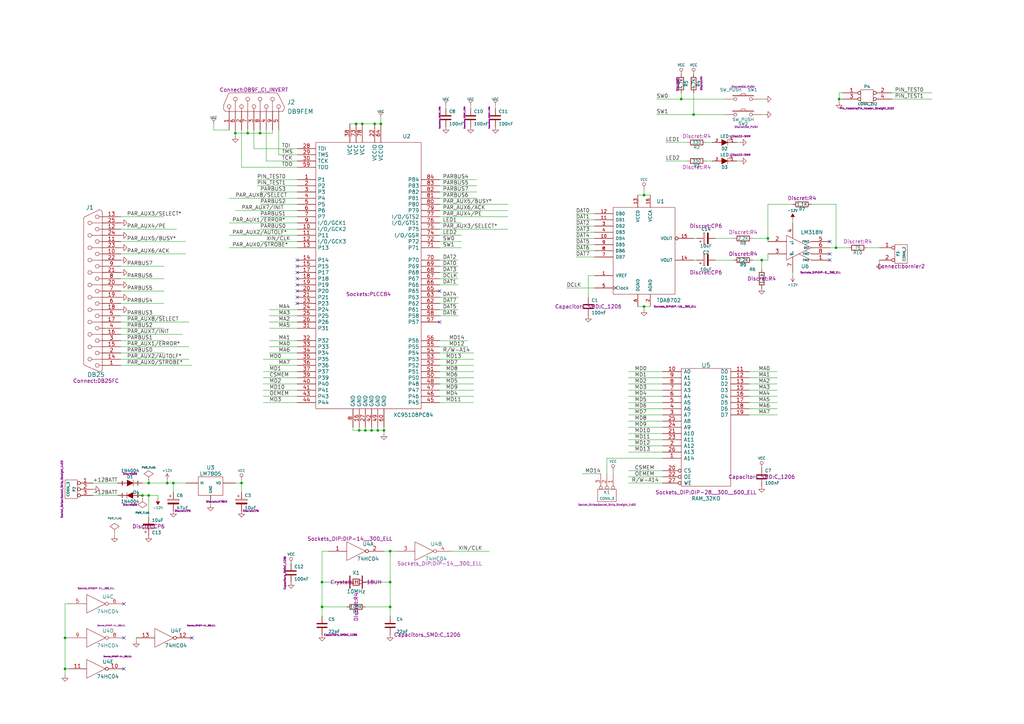
<source format=kicad_sch>
(kicad_sch (version 20230121) (generator eeschema)
  (paper "A3")
  (title_block (title "XC95108PC84 EXPERIMENTATION BOARD") (date "Sun 22 Mar 2015"))
  (junction (at 312.42 106.68))
  (junction (at 152.4 176.53))
  (junction (at 147.32 176.53))
  (junction (at 149.86 176.53))
  (junction (at 106.68 54.61))
  (junction (at 157.48 176.53))
  (junction (at 99.06 198.12))
  (junction (at 146.05 50.8))
  (junction (at 160.02 226.06))
  (junction (at 60.96 198.12))
  (junction (at 101.6 54.61))
  (junction (at 26.67 261.62))
  (junction (at 96.52 54.61))
  (junction (at 156.21 50.8))
  (junction (at 58.42 203.2))
  (junction (at 284.48 46.99))
  (junction (at 71.12 198.12))
  (junction (at 154.94 176.53))
  (junction (at 264.16 125.73))
  (junction (at 160.02 238.76))
  (junction (at 264.16 80.01))
  (junction (at 279.4 40.64))
  (junction (at 26.67 274.32))
  (junction (at 160.02 248.92))
  (junction (at 60.96 203.2))
  (junction (at 132.08 238.76))
  (junction (at 314.96 97.79))
  (junction (at 342.9 101.6))
  (junction (at 68.58 198.12))
  (junction (at 153.67 50.8))
  (junction (at 344.17 40.64))
  (junction (at 148.59 50.8))
  (junction (at 132.08 248.92))
  (no_connect (at 340.36 106.68))
  (no_connect (at 78.74 261.62))
  (no_connect (at 340.36 99.06))
  (no_connect (at 50.8 274.32))
  (no_connect (at 121.92 114.3))
  (no_connect (at 121.92 121.92))
  (no_connect (at 121.92 119.38))
  (no_connect (at 180.34 132.08))
  (no_connect (at 180.34 119.38))
  (no_connect (at 50.8 247.65))
  (no_connect (at 121.92 106.68))
  (no_connect (at 121.92 111.76))
  (no_connect (at 340.36 104.14))
  (no_connect (at 121.92 109.22))
  (no_connect (at 121.92 116.84))
  (no_connect (at 50.8 261.62))
  (no_connect (at 121.92 124.46))
  (wire (pts (xy 264.16 127) (xy 264.16 125.73)))
  (wire (pts (xy 271.78 160.02) (xy 257.81 160.02)))
  (wire (pts (xy 121.92 60.96) (xy 104.14 60.96)))
  (wire (pts (xy 114.3 63.5) (xy 114.3 53.34)))
  (wire (pts (xy 180.34 83.82) (xy 208.28 83.82)))
  (wire (pts (xy 194.31 152.4) (xy 180.34 152.4)))
  (wire (pts (xy 307.34 165.1) (xy 318.77 165.1)))
  (wire (pts (xy 49.53 142.24) (xy 77.47 142.24)))
  (wire (pts (xy 194.31 149.86) (xy 180.34 149.86)))
  (wire (pts (xy 292.1 58.42) (xy 289.56 58.42)))
  (wire (pts (xy 121.92 66.04) (xy 109.22 66.04)))
  (wire (pts (xy 325.12 90.17) (xy 325.12 91.44)))
  (wire (pts (xy 60.96 198.12) (xy 68.58 198.12)))
  (wire (pts (xy 261.62 125.73) (xy 264.16 125.73)))
  (wire (pts (xy 314.96 83.82) (xy 325.12 83.82)))
  (wire (pts (xy 269.24 40.64) (xy 279.4 40.64)))
  (wire (pts (xy 96.52 86.36) (xy 121.92 86.36)))
  (wire (pts (xy 106.68 99.06) (xy 121.92 99.06)))
  (wire (pts (xy 307.34 154.94) (xy 318.77 154.94)))
  (wire (pts (xy 96.52 54.61) (xy 96.52 55.88)))
  (wire (pts (xy 189.23 91.44) (xy 180.34 91.44)))
  (wire (pts (xy 154.94 176.53) (xy 157.48 176.53)))
  (wire (pts (xy 132.08 248.92) (xy 132.08 252.73)))
  (wire (pts (xy 121.92 160.02) (xy 107.95 160.02)))
  (wire (pts (xy 99.06 68.58) (xy 121.92 68.58)))
  (wire (pts (xy 121.92 88.9) (xy 106.68 88.9)))
  (wire (pts (xy 96.52 54.61) (xy 101.6 54.61)))
  (wire (pts (xy 300.99 106.68) (xy 293.37 106.68)))
  (wire (pts (xy 58.42 203.2) (xy 60.96 203.2)))
  (wire (pts (xy 342.9 83.82) (xy 342.9 101.6)))
  (wire (pts (xy 293.37 97.79) (xy 300.99 97.79)))
  (wire (pts (xy 271.78 154.94) (xy 257.81 154.94)))
  (wire (pts (xy 271.78 165.1) (xy 257.81 165.1)))
  (wire (pts (xy 160.02 248.92) (xy 160.02 252.73)))
  (wire (pts (xy 271.78 187.96) (xy 248.92 187.96)))
  (wire (pts (xy 264.16 80.01) (xy 266.7 80.01)))
  (wire (pts (xy 307.34 152.4) (xy 318.77 152.4)))
  (wire (pts (xy 26.67 274.32) (xy 27.94 274.32)))
  (wire (pts (xy 281.94 58.42) (xy 273.05 58.42)))
  (wire (pts (xy 271.78 195.58) (xy 257.81 195.58)))
  (wire (pts (xy 187.96 129.54) (xy 180.34 129.54)))
  (wire (pts (xy 149.86 175.26) (xy 149.86 176.53)))
  (wire (pts (xy 243.84 102.87) (xy 236.22 102.87)))
  (wire (pts (xy 243.84 113.03) (xy 241.3 113.03)))
  (wire (pts (xy 180.34 88.9) (xy 208.28 88.9)))
  (wire (pts (xy 160.02 238.76) (xy 160.02 248.92)))
  (wire (pts (xy 271.78 167.64) (xy 257.81 167.64)))
  (wire (pts (xy 365.76 38.1) (xy 382.27 38.1)))
  (wire (pts (xy 132.08 226.06) (xy 132.08 238.76)))
  (wire (pts (xy 121.92 91.44) (xy 93.98 91.44)))
  (wire (pts (xy 344.17 38.1) (xy 344.17 40.64)))
  (wire (pts (xy 132.08 238.76) (xy 132.08 248.92)))
  (wire (pts (xy 264.16 125.73) (xy 266.7 125.73)))
  (wire (pts (xy 203.2 43.18) (xy 203.2 44.45)))
  (wire (pts (xy 142.24 248.92) (xy 132.08 248.92)))
  (wire (pts (xy 307.34 170.18) (xy 318.77 170.18)))
  (wire (pts (xy 342.9 101.6) (xy 347.98 101.6)))
  (wire (pts (xy 313.69 40.64) (xy 312.42 40.64)))
  (wire (pts (xy 121.92 154.94) (xy 107.95 154.94)))
  (wire (pts (xy 106.68 54.61) (xy 106.68 53.34)))
  (wire (pts (xy 46.99 219.71) (xy 46.99 218.44)))
  (wire (pts (xy 307.34 167.64) (xy 318.77 167.64)))
  (wire (pts (xy 271.78 157.48) (xy 257.81 157.48)))
  (wire (pts (xy 149.86 176.53) (xy 152.4 176.53)))
  (wire (pts (xy 121.92 147.32) (xy 107.95 147.32)))
  (wire (pts (xy 121.92 162.56) (xy 107.95 162.56)))
  (wire (pts (xy 332.74 83.82) (xy 342.9 83.82)))
  (wire (pts (xy 156.21 50.8) (xy 156.21 48.26)))
  (wire (pts (xy 49.53 93.98) (xy 72.39 93.98)))
  (wire (pts (xy 307.34 162.56) (xy 318.77 162.56)))
  (wire (pts (xy 68.58 198.12) (xy 71.12 198.12)))
  (wire (pts (xy 101.6 53.34) (xy 101.6 54.61)))
  (wire (pts (xy 344.17 38.1) (xy 345.44 38.1)))
  (wire (pts (xy 243.84 95.25) (xy 236.22 95.25)))
  (wire (pts (xy 187.96 116.84) (xy 180.34 116.84)))
  (wire (pts (xy 147.32 175.26) (xy 147.32 176.53)))
  (wire (pts (xy 307.34 157.48) (xy 318.77 157.48)))
  (wire (pts (xy 180.34 93.98) (xy 208.28 93.98)))
  (wire (pts (xy 279.4 40.64) (xy 297.18 40.64)))
  (wire (pts (xy 67.31 144.78) (xy 49.53 144.78)))
  (wire (pts (xy 194.31 165.1) (xy 180.34 165.1)))
  (wire (pts (xy 152.4 176.53) (xy 154.94 176.53)))
  (wire (pts (xy 154.94 175.26) (xy 154.94 176.53)))
  (wire (pts (xy 271.78 172.72) (xy 257.81 172.72)))
  (wire (pts (xy 105.41 76.2) (xy 121.92 76.2)))
  (wire (pts (xy 345.44 40.64) (xy 344.17 40.64)))
  (wire (pts (xy 110.49 134.62) (xy 121.92 134.62)))
  (wire (pts (xy 99.06 198.12) (xy 96.52 198.12)))
  (wire (pts (xy 99.06 196.85) (xy 99.06 198.12)))
  (wire (pts (xy 26.67 247.65) (xy 26.67 261.62)))
  (wire (pts (xy 96.52 53.34) (xy 96.52 54.61)))
  (wire (pts (xy 344.17 40.64) (xy 344.17 41.91)))
  (wire (pts (xy 71.12 198.12) (xy 76.2 198.12)))
  (wire (pts (xy 26.67 247.65) (xy 27.94 247.65)))
  (wire (pts (xy 292.1 66.04) (xy 289.56 66.04)))
  (wire (pts (xy 194.31 147.32) (xy 180.34 147.32)))
  (wire (pts (xy 191.77 142.24) (xy 180.34 142.24)))
  (wire (pts (xy 110.49 129.54) (xy 121.92 129.54)))
  (wire (pts (xy 147.32 176.53) (xy 149.86 176.53)))
  (wire (pts (xy 121.92 157.48) (xy 107.95 157.48)))
  (wire (pts (xy 243.84 87.63) (xy 236.22 87.63)))
  (wire (pts (xy 71.12 198.12) (xy 71.12 201.93)))
  (wire (pts (xy 67.31 114.3) (xy 49.53 114.3)))
  (wire (pts (xy 281.94 66.04) (xy 273.05 66.04)))
  (wire (pts (xy 187.96 127) (xy 180.34 127)))
  (wire (pts (xy 195.58 81.28) (xy 180.34 81.28)))
  (wire (pts (xy 194.31 157.48) (xy 180.34 157.48)))
  (wire (pts (xy 110.49 149.86) (xy 121.92 149.86)))
  (wire (pts (xy 355.6 101.6) (xy 360.68 101.6)))
  (wire (pts (xy 195.58 73.66) (xy 180.34 73.66)))
  (wire (pts (xy 182.88 44.45) (xy 182.88 43.18)))
  (wire (pts (xy 144.78 176.53) (xy 147.32 176.53)))
  (wire (pts (xy 160.02 226.06) (xy 160.02 238.76)))
  (wire (pts (xy 153.67 238.76) (xy 160.02 238.76)))
  (wire (pts (xy 146.05 50.8) (xy 148.59 50.8)))
  (wire (pts (xy 187.96 121.92) (xy 180.34 121.92)))
  (wire (pts (xy 26.67 274.32) (xy 26.67 276.86)))
  (wire (pts (xy 187.96 109.22) (xy 180.34 109.22)))
  (wire (pts (xy 194.31 162.56) (xy 180.34 162.56)))
  (wire (pts (xy 104.14 60.96) (xy 104.14 53.34)))
  (wire (pts (xy 67.31 109.22) (xy 49.53 109.22)))
  (wire (pts (xy 64.77 203.2) (xy 64.77 204.47)))
  (wire (pts (xy 99.06 53.34) (xy 99.06 68.58)))
  (wire (pts (xy 185.42 226.06) (xy 200.66 226.06)))
  (wire (pts (xy 261.62 80.01) (xy 264.16 80.01)))
  (wire (pts (xy 243.84 118.11) (xy 232.41 118.11)))
  (wire (pts (xy 189.23 96.52) (xy 180.34 96.52)))
  (wire (pts (xy 152.4 175.26) (xy 152.4 176.53)))
  (wire (pts (xy 60.96 196.85) (xy 60.96 198.12)))
  (wire (pts (xy 93.98 81.28) (xy 121.92 81.28)))
  (wire (pts (xy 243.84 92.71) (xy 236.22 92.71)))
  (wire (pts (xy 93.98 101.6) (xy 121.92 101.6)))
  (wire (pts (xy 269.24 46.99) (xy 284.48 46.99)))
  (wire (pts (xy 27.94 261.62) (xy 26.67 261.62)))
  (wire (pts (xy 110.49 132.08) (xy 121.92 132.08)))
  (wire (pts (xy 121.92 96.52) (xy 93.98 96.52)))
  (wire (pts (xy 67.31 88.9) (xy 49.53 88.9)))
  (wire (pts (xy 86.36 207.01) (xy 86.36 205.74)))
  (wire (pts (xy 194.31 160.02) (xy 180.34 160.02)))
  (wire (pts (xy 109.22 66.04) (xy 109.22 53.34)))
  (wire (pts (xy 67.31 134.62) (xy 49.53 134.62)))
  (wire (pts (xy 195.58 76.2) (xy 180.34 76.2)))
  (wire (pts (xy 271.78 152.4) (xy 257.81 152.4)))
  (wire (pts (xy 194.31 144.78) (xy 180.34 144.78)))
  (wire (pts (xy 49.53 137.16) (xy 74.93 137.16)))
  (wire (pts (xy 189.23 99.06) (xy 180.34 99.06)))
  (wire (pts (xy 143.51 50.8) (xy 146.05 50.8)))
  (wire (pts (xy 194.31 154.94) (xy 180.34 154.94)))
  (wire (pts (xy 251.46 193.04) (xy 251.46 194.31)))
  (wire (pts (xy 121.92 83.82) (xy 106.68 83.82)))
  (wire (pts (xy 243.84 97.79) (xy 236.22 97.79)))
  (wire (pts (xy 271.78 177.8) (xy 257.81 177.8)))
  (wire (pts (xy 187.96 106.68) (xy 180.34 106.68)))
  (wire (pts (xy 110.49 142.24) (xy 121.92 142.24)))
  (wire (pts (xy 325.12 113.03) (xy 325.12 111.76)))
  (wire (pts (xy 157.48 175.26) (xy 157.48 176.53)))
  (wire (pts (xy 271.78 180.34) (xy 257.81 180.34)))
  (wire (pts (xy 110.49 139.7) (xy 121.92 139.7)))
  (wire (pts (xy 271.78 175.26) (xy 257.81 175.26)))
  (wire (pts (xy 191.77 139.7) (xy 180.34 139.7)))
  (wire (pts (xy 49.53 132.08) (xy 77.47 132.08)))
  (wire (pts (xy 243.84 90.17) (xy 236.22 90.17)))
  (wire (pts (xy 284.48 46.99) (xy 284.48 38.1)))
  (wire (pts (xy 187.96 114.3) (xy 180.34 114.3)))
  (wire (pts (xy 187.96 111.76) (xy 180.34 111.76)))
  (wire (pts (xy 241.3 113.03) (xy 241.3 121.92)))
  (wire (pts (xy 308.61 106.68) (xy 312.42 106.68)))
  (wire (pts (xy 49.53 99.06) (xy 76.2 99.06)))
  (wire (pts (xy 49.53 104.14) (xy 76.2 104.14)))
  (wire (pts (xy 132.08 238.76) (xy 138.43 238.76)))
  (wire (pts (xy 189.23 101.6) (xy 180.34 101.6)))
  (wire (pts (xy 314.96 106.68) (xy 314.96 104.14)))
  (wire (pts (xy 106.68 54.61) (xy 111.76 54.61)))
  (wire (pts (xy 105.41 73.66) (xy 121.92 73.66)))
  (wire (pts (xy 285.75 97.79) (xy 284.48 97.79)))
  (wire (pts (xy 160.02 248.92) (xy 149.86 248.92)))
  (wire (pts (xy 87.63 53.34) (xy 87.63 50.8)))
  (wire (pts (xy 67.31 119.38) (xy 49.53 119.38)))
  (wire (pts (xy 153.67 50.8) (xy 156.21 50.8)))
  (wire (pts (xy 307.34 160.02) (xy 318.77 160.02)))
  (wire (pts (xy 248.92 187.96) (xy 248.92 194.31)))
  (wire (pts (xy 279.4 38.1) (xy 279.4 40.64)))
  (wire (pts (xy 121.92 165.1) (xy 107.95 165.1)))
  (wire (pts (xy 110.49 144.78) (xy 121.92 144.78)))
  (wire (pts (xy 264.16 80.01) (xy 264.16 77.47)))
  (wire (pts (xy 271.78 170.18) (xy 257.81 170.18)))
  (wire (pts (xy 314.96 97.79) (xy 314.96 99.06)))
  (wire (pts (xy 180.34 86.36) (xy 208.28 86.36)))
  (wire (pts (xy 110.49 127) (xy 121.92 127)))
  (wire (pts (xy 58.42 204.47) (xy 58.42 203.2)))
  (wire (pts (xy 284.48 46.99) (xy 297.18 46.99)))
  (wire (pts (xy 87.63 53.34) (xy 93.98 53.34)))
  (wire (pts (xy 312.42 46.99) (xy 313.69 46.99)))
  (wire (pts (xy 271.78 162.56) (xy 257.81 162.56)))
  (wire (pts (xy 246.38 194.31) (xy 238.76 194.31)))
  (wire (pts (xy 38.1 198.12) (xy 48.26 198.12)))
  (wire (pts (xy 160.02 226.06) (xy 162.56 226.06)))
  (wire (pts (xy 271.78 198.12) (xy 257.81 198.12)))
  (wire (pts (xy 49.53 147.32) (xy 77.47 147.32)))
  (wire (pts (xy 144.78 175.26) (xy 144.78 176.53)))
  (wire (pts (xy 26.67 261.62) (xy 26.67 274.32)))
  (wire (pts (xy 314.96 83.82) (xy 314.96 97.79)))
  (wire (pts (xy 243.84 100.33) (xy 236.22 100.33)))
  (wire (pts (xy 308.61 97.79) (xy 314.96 97.79)))
  (wire (pts (xy 195.58 78.74) (xy 180.34 78.74)))
  (wire (pts (xy 312.42 106.68) (xy 314.96 106.68)))
  (wire (pts (xy 148.59 50.8) (xy 153.67 50.8)))
  (wire (pts (xy 132.08 226.06) (xy 134.62 226.06)))
  (wire (pts (xy 271.78 182.88) (xy 257.81 182.88)))
  (wire (pts (xy 67.31 124.46) (xy 49.53 124.46)))
  (wire (pts (xy 285.75 106.68) (xy 284.48 106.68)))
  (wire (pts (xy 193.04 43.18) (xy 193.04 44.45)))
  (wire (pts (xy 243.84 105.41) (xy 236.22 105.41)))
  (wire (pts (xy 60.96 203.2) (xy 64.77 203.2)))
  (wire (pts (xy 121.92 93.98) (xy 106.68 93.98)))
  (wire (pts (xy 360.68 107.95) (xy 360.68 106.68)))
  (wire (pts (xy 303.53 66.04) (xy 302.26 66.04)))
  (wire (pts (xy 157.48 176.53) (xy 157.48 177.8)))
  (wire (pts (xy 187.96 124.46) (xy 180.34 124.46)))
  (wire (pts (xy 55.88 262.89) (xy 55.88 261.62)))
  (wire (pts (xy 365.76 40.64) (xy 382.27 40.64)))
  (wire (pts (xy 121.92 78.74) (xy 106.68 78.74)))
  (wire (pts (xy 68.58 196.85) (xy 68.58 198.12)))
  (wire (pts (xy 48.26 203.2) (xy 38.1 203.2)))
  (wire (pts (xy 271.78 193.04) (xy 257.81 193.04)))
  (wire (pts (xy 157.48 226.06) (xy 160.02 226.06)))
  (wire (pts (xy 101.6 54.61) (xy 106.68 54.61)))
  (wire (pts (xy 99.06 198.12) (xy 99.06 201.93)))
  (wire (pts (xy 58.42 198.12) (xy 60.96 198.12)))
  (wire (pts (xy 121.92 63.5) (xy 114.3 63.5)))
  (wire (pts (xy 312.42 106.68) (xy 312.42 110.49)))
  (wire (pts (xy 67.31 129.54) (xy 49.53 129.54)))
  (wire (pts (xy 49.53 149.86) (xy 78.74 149.86)))
  (wire (pts (xy 340.36 101.6) (xy 342.9 101.6)))
  (wire (pts (xy 60.96 203.2) (xy 60.96 212.09)))
  (wire (pts (xy 67.31 139.7) (xy 49.53 139.7)))
  (wire (pts (xy 121.92 152.4) (xy 107.95 152.4)))
  (wire (pts (xy 271.78 185.42) (xy 257.81 185.42)))
  (wire (pts (xy 111.76 54.61) (xy 111.76 53.34)))
  (wire (pts (xy 302.26 58.42) (xy 303.53 58.42)))
  (label "MD11" (at 182.88 165.1 0) (effects (font (size 1.524 1.524))))
  (label "MD3" (at 110.49 165.1 0) (effects (font (size 1.524 1.524))))
  (label "MD6" (at 260.35 167.64 0) (effects (font (size 1.524 1.524))))
  (label "DAT4" (at 181.61 121.92 0) (effects (font (size 1.524 1.524))))
  (label "PARBUS4" (at 52.07 124.46 0) (effects (font (size 1.524 1.524))))
  (label "MD8" (at 260.35 172.72 0) (effects (font (size 1.524 1.524))))
  (label "MD14" (at 240.03 194.31 0) (effects (font (size 1.524 1.524))))
  (label "MA7" (at 311.15 170.18 0) (effects (font (size 1.524 1.524))))
  (label "MD6" (at 182.88 154.94 0) (effects (font (size 1.524 1.524))))
  (label "PAR_AUX4/PE" (at 52.07 93.98 0) (effects (font (size 1.524 1.524))))
  (label "MA0" (at 114.3 142.24 0) (effects (font (size 1.524 1.524))))
  (label "PAR_AUX5/BUSY*" (at 52.07 99.06 0) (effects (font (size 1.524 1.524))))
  (label "LED1" (at 273.05 58.42 0) (effects (font (size 1.524 1.524))))
  (label "TDI" (at 115.57 60.96 0) (effects (font (size 1.524 1.524))))
  (label "SW1" (at 269.24 46.99 0) (effects (font (size 1.524 1.524))))
  (label "MD8" (at 182.88 152.4 0) (effects (font (size 1.524 1.524))))
  (label "OEMEM" (at 110.49 162.56 0) (effects (font (size 1.524 1.524))))
  (label "PARBUS5" (at 52.07 119.38 0) (effects (font (size 1.524 1.524))))
  (label "DAT1" (at 181.61 116.84 0) (effects (font (size 1.524 1.524))))
  (label "DAT5" (at 181.61 127 0) (effects (font (size 1.524 1.524))))
  (label "R/W-A14" (at 259.08 198.12 0) (effects (font (size 1.524 1.524))))
  (label "MD0" (at 260.35 152.4 0) (effects (font (size 1.524 1.524))))
  (label "MA6" (at 311.15 167.64 0) (effects (font (size 1.524 1.524))))
  (label "MD5" (at 260.35 165.1 0) (effects (font (size 1.524 1.524))))
  (label "PAR_AUX7/INIT" (at 99.06 86.36 0) (effects (font (size 1.524 1.524))))
  (label "CSMEM" (at 110.49 154.94 0) (effects (font (size 1.524 1.524))))
  (label "PIN_TEST1" (at 105.41 76.2 0) (effects (font (size 1.524 1.524))))
  (label "PAR_AUX4/PE" (at 181.61 88.9 0) (effects (font (size 1.524 1.524))))
  (label "PAR_AUX6/ACK" (at 52.07 104.14 0) (effects (font (size 1.524 1.524))))
  (label "DAT0" (at 181.61 109.22 0) (effects (font (size 1.524 1.524))))
  (label "TCK" (at 115.57 66.04 0) (effects (font (size 1.524 1.524))))
  (label "DAT3" (at 181.61 111.76 0) (effects (font (size 1.524 1.524))))
  (label "PIN_TEST1" (at 367.03 40.64 0) (effects (font (size 1.524 1.524))))
  (label "MA2" (at 114.3 132.08 0) (effects (font (size 1.524 1.524))))
  (label "DAT2" (at 236.22 92.71 0) (effects (font (size 1.524 1.524))))
  (label "MD9" (at 260.35 175.26 0) (effects (font (size 1.524 1.524))))
  (label "MD10" (at 260.35 177.8 0) (effects (font (size 1.524 1.524))))
  (label "MD1" (at 260.35 154.94 0) (effects (font (size 1.524 1.524))))
  (label "MD1" (at 110.49 152.4 0) (effects (font (size 1.524 1.524))))
  (label "PAR_AUX1/ERROR*" (at 52.07 142.24 0) (effects (font (size 1.524 1.524))))
  (label "PIN_TEST0" (at 367.03 38.1 0) (effects (font (size 1.524 1.524))))
  (label "PARBUS1" (at 106.68 88.9 0) (effects (font (size 1.524 1.524))))
  (label "MD2" (at 260.35 157.48 0) (effects (font (size 1.524 1.524))))
  (label "DCLK" (at 181.61 114.3 0) (effects (font (size 1.524 1.524))))
  (label "MD0" (at 110.49 147.32 0) (effects (font (size 1.524 1.524))))
  (label "MD2" (at 110.49 157.48 0) (effects (font (size 1.524 1.524))))
  (label "MA4" (at 114.3 127 0) (effects (font (size 1.524 1.524))))
  (label "PARBUS2" (at 52.07 134.62 0) (effects (font (size 1.524 1.524))))
  (label "DAT3" (at 236.22 95.25 0) (effects (font (size 1.524 1.524))))
  (label "LED2" (at 273.05 66.04 0) (effects (font (size 1.524 1.524))))
  (label "PARBUS5" (at 181.61 76.2 0) (effects (font (size 1.524 1.524))))
  (label "PAR_AUX2/AUTOLF*" (at 95.25 96.52 0) (effects (font (size 1.524 1.524))))
  (label "PARBUS3" (at 52.07 129.54 0) (effects (font (size 1.524 1.524))))
  (label "CSMEM" (at 260.35 193.04 0) (effects (font (size 1.524 1.524))))
  (label "PAR_AUX2/AUTOLF*" (at 52.07 147.32 0) (effects (font (size 1.524 1.524))))
  (label "MD11" (at 260.35 180.34 0) (effects (font (size 1.524 1.524))))
  (label "MA7" (at 114.3 149.86 0) (effects (font (size 1.524 1.524))))
  (label "LED1" (at 181.61 91.44 0) (effects (font (size 1.524 1.524))))
  (label "MD12" (at 184.15 142.24 0) (effects (font (size 1.524 1.524))))
  (label "PAR_AUX3/SELECT*" (at 52.07 88.9 0) (effects (font (size 1.524 1.524))))
  (label "MD4" (at 260.35 162.56 0) (effects (font (size 1.524 1.524))))
  (label "MA5" (at 311.15 165.1 0) (effects (font (size 1.524 1.524))))
  (label "PAR_AUX8/SELECT" (at 52.07 132.08 0) (effects (font (size 1.524 1.524))))
  (label "MD7" (at 182.88 149.86 0) (effects (font (size 1.524 1.524))))
  (label "PARBUS0" (at 106.68 93.98 0) (effects (font (size 1.524 1.524))))
  (label "MA3" (at 114.3 129.54 0) (effects (font (size 1.524 1.524))))
  (label "PARBUS2" (at 106.68 83.82 0) (effects (font (size 1.524 1.524))))
  (label "PIN_TEST0" (at 105.41 73.66 0) (effects (font (size 1.524 1.524))))
  (label "PAR_AUX1/ERROR*" (at 95.25 91.44 0) (effects (font (size 1.524 1.524))))
  (label "PAR_AUX8/SELECT" (at 96.52 81.28 0) (effects (font (size 1.524 1.524))))
  (label "MD14" (at 184.15 139.7 0) (effects (font (size 1.524 1.524))))
  (label "DCLK" (at 232.41 118.11 0) (effects (font (size 1.524 1.524))))
  (label "PAR_AUX0/STROBE*" (at 52.07 149.86 0) (effects (font (size 1.524 1.524))))
  (label "DAT4" (at 236.22 97.79 0) (effects (font (size 1.524 1.524))))
  (label "+12BATT" (at 38.1 198.12 0) (effects (font (size 1.524 1.524))))
  (label "XIN/CLK" (at 109.22 99.06 0) (effects (font (size 1.524 1.524))))
  (label "TDO" (at 115.57 68.58 0) (effects (font (size 1.524 1.524))))
  (label "MA6" (at 114.3 144.78 0) (effects (font (size 1.524 1.524))))
  (label "MD5" (at 182.88 157.48 0) (effects (font (size 1.524 1.524))))
  (label "MD4" (at 182.88 162.56 0) (effects (font (size 1.524 1.524))))
  (label "MD9" (at 182.88 160.02 0) (effects (font (size 1.524 1.524))))
  (label "LED2" (at 181.61 96.52 0) (effects (font (size 1.524 1.524))))
  (label "DAT7" (at 181.61 124.46 0) (effects (font (size 1.524 1.524))))
  (label "DAT1" (at 236.22 90.17 0) (effects (font (size 1.524 1.524))))
  (label "PAR_AUX6/ACK" (at 181.61 86.36 0) (effects (font (size 1.524 1.524))))
  (label "SW0" (at 181.61 99.06 0) (effects (font (size 1.524 1.524))))
  (label "PAR_AUX0/STROBE*" (at 95.25 101.6 0) (effects (font (size 1.524 1.524))))
  (label "PAR_AUX3/SELECT*" (at 181.61 93.98 0) (effects (font (size 1.524 1.524))))
  (label "R/W-A14" (at 181.61 144.78 0) (effects (font (size 1.524 1.524))))
  (label "PARBUS6" (at 181.61 81.28 0) (effects (font (size 1.524 1.524))))
  (label "PAR_AUX7/INIT" (at 52.07 137.16 0) (effects (font (size 1.524 1.524))))
  (label "PARBUS7" (at 52.07 109.22 0) (effects (font (size 1.524 1.524))))
  (label "MA5" (at 114.3 134.62 0) (effects (font (size 1.524 1.524))))
  (label "TMS" (at 115.57 63.5 0) (effects (font (size 1.524 1.524))))
  (label "SW1" (at 181.61 101.6 0) (effects (font (size 1.524 1.524))))
  (label "MD13" (at 182.88 147.32 0) (effects (font (size 1.524 1.524))))
  (label "DAT5" (at 236.22 100.33 0) (effects (font (size 1.524 1.524))))
  (label "DAT6" (at 181.61 129.54 0) (effects (font (size 1.524 1.524))))
  (label "PARBUS3" (at 106.68 78.74 0) (effects (font (size 1.524 1.524))))
  (label "SW0" (at 269.24 40.64 0) (effects (font (size 1.524 1.524))))
  (label "-12BATT" (at 38.1 203.2 0) (effects (font (size 1.524 1.524))))
  (label "MD7" (at 260.35 170.18 0) (effects (font (size 1.524 1.524))))
  (label "DAT7" (at 236.22 105.41 0) (effects (font (size 1.524 1.524))))
  (label "MA0" (at 311.15 152.4 0) (effects (font (size 1.524 1.524))))
  (label "DAT6" (at 236.22 102.87 0) (effects (font (size 1.524 1.524))))
  (label "PARBUS1" (at 52.07 139.7 0) (effects (font (size 1.524 1.524))))
  (label "MA4" (at 311.15 162.56 0) (effects (font (size 1.524 1.524))))
  (label "PAR_AUX5/BUSY*" (at 181.61 83.82 0) (effects (font (size 1.524 1.524))))
  (label "MA1" (at 114.3 139.7 0) (effects (font (size 1.524 1.524))))
  (label "XIN/CLK" (at 187.96 226.06 0) (effects (font (size 1.524 1.524))))
  (label "DAT0" (at 236.22 87.63 0) (effects (font (size 1.524 1.524))))
  (label "MD10" (at 110.49 160.02 0) (effects (font (size 1.524 1.524))))
  (label "DAT2" (at 181.61 106.68 0) (effects (font (size 1.524 1.524))))
  (label "MD13" (at 260.35 185.42 0) (effects (font (size 1.524 1.524))))
  (label "PARBUS7" (at 181.61 78.74 0) (effects (font (size 1.524 1.524))))
  (label "PARBUS6" (at 52.07 114.3 0) (effects (font (size 1.524 1.524))))
  (label "MD3" (at 260.35 160.02 0) (effects (font (size 1.524 1.524))))
  (label "OEMEM" (at 260.35 195.58 0) (effects (font (size 1.524 1.524))))
  (label "PARBUS4" (at 181.61 73.66 0) (effects (font (size 1.524 1.524))))
  (label "MA1" (at 311.15 154.94 0) (effects (font (size 1.524 1.524))))
  (label "MA2" (at 311.15 157.48 0) (effects (font (size 1.524 1.524))))
  (label "PARBUS0" (at 52.07 144.78 0) (effects (font (size 1.524 1.524))))
  (label "MA3" (at 311.15 160.02 0) (effects (font (size 1.524 1.524))))
  (label "MD12" (at 260.35 182.88 0) (effects (font (size 1.524 1.524))))
  (symbol (lib_id "carte_test_schlib:TDA8702") (at 264.16 102.87 0) (unit 1)
    (property "Reference" "U1" (at 269.24 82.55 0) (effects (font (size 1.524 1.524)) (justify left)))
    (property "Value" "TDA8702" (at 269.24 123.19 0) (effects (font (size 1.524 1.524)) (justify left)))
    (property "Footprint" "Sockets_DIP:DIP-16__300_ELL" (at 276.86 125.73 0) (effects (font (size 0.762 0.762))))
  )
  (symbol (lib_id "carte_test-rescue:VCC") (at 264.16 77.47 0) (unit 1)
    (property "Reference" "#PWR046" (effects hide))
    (property "Value" "VCC" (at 264.16 73.66 0) (effects (font (size 1.016 1.016))))
  )
  (symbol (lib_id "carte_test-rescue:GND") (at 132.08 260.35 0) (unit 1)
    (property "Reference" "#PWR048" (effects hide))
    (property "Value" "GND" (effects hide))
  )
  (symbol (lib_id "carte_test-rescue:GND") (at 264.16 127 0) (unit 1)
    (property "Reference" "#PWR044" (effects hide))
    (property "Value" "GND" (effects hide))
  )
  (symbol (lib_id "carte_test-rescue:C") (at 241.3 125.73 0) (unit 1)
    (property "Reference" "C1" (at 242.57 123.19 0) (effects (justify left)))
    (property "Value" "100nF" (at 242.57 128.27 0) (effects (justify left)))
    (property "Footprint" "Capacitors_SMD:C_1206" (at 241.3 125.73 0) (effects (font (size 1.524 1.524))))
  )
  (symbol (lib_id "carte_test-rescue:GND") (at 241.3 129.54 0) (unit 1)
    (property "Reference" "#PWR043" (effects hide))
    (property "Value" "GND" (effects hide))
  )
  (symbol (lib_id "carte_test-rescue:CP") (at 289.56 106.68 90) (unit 1)
    (property "Reference" "C2" (at 289.56 102.87 90) (effects (justify bottom)))
    (property "Value" "10uF" (at 289.56 110.49 90))
    (property "Footprint" "Discret:CP6" (at 289.56 111.76 90) (effects (font (size 1.524 1.524))))
  )
  (symbol (lib_id "carte_test-rescue:CP") (at 99.06 205.74 0) (unit 1)
    (property "Reference" "C3" (at 100.33 203.2 0) (effects (justify left)))
    (property "Value" "10uF" (at 100.33 208.28 0) (effects (justify left)))
    (property "Footprint" "Discret:CP6" (at 102.87 209.55 0) (effects (font (size 0.762 0.762))))
  )
  (symbol (lib_id "carte_test-rescue:GND") (at 99.06 209.55 0) (unit 1)
    (property "Reference" "#PWR042" (effects hide))
    (property "Value" "GND" (effects hide))
  )
  (symbol (lib_id "carte_test-rescue:GND") (at 96.52 55.88 0) (unit 1)
    (property "Reference" "#PWR040" (effects hide))
    (property "Value" "GND" (effects hide))
  )
  (symbol (lib_id "carte_test_schlib:CRYSTAL") (at 146.05 238.76 0) (unit 1)
    (property "Reference" "X1" (at 146.05 234.95 0) (effects (font (size 1.524 1.524))))
    (property "Value" "10MHz" (at 146.05 242.57 0) (effects (font (size 1.524 1.524))))
    (property "Footprint" "Crystals:HC-18UH" (at 146.05 238.76 0) (effects (font (size 1.524 1.524))))
  )
  (symbol (lib_id "carte_test-rescue:C") (at 160.02 256.54 0) (unit 1)
    (property "Reference" "C4" (at 162.56 254 0) (effects (justify left)))
    (property "Value" "22pF" (at 162.56 259.08 0) (effects (justify left)))
    (property "Footprint" "Capacitors_SMD:C_1206" (at 175.26 260.35 0) (effects (font (size 1.524 1.524))))
  )
  (symbol (lib_id "carte_test-rescue:R") (at 146.05 248.92 270) (unit 1)
    (property "Reference" "R1" (at 146.05 250.952 90))
    (property "Value" "100K" (at 146.05 248.92 90))
    (property "Footprint" "Discret:R4" (at 146.05 248.92 0) (effects (font (size 1.524 1.524))))
  )
  (symbol (lib_id "carte_test_schlib:LM7805") (at 86.36 199.39 0) (unit 1)
    (property "Reference" "U3" (at 86.36 191.77 0) (effects (font (size 1.524 1.524))))
    (property "Value" "LM7805" (at 86.36 194.31 0) (effects (font (size 1.524 1.524))))
    (property "Footprint" "Discret:LM78XX" (at 88.9 205.74 0) (effects (font (size 0.762 0.762))))
  )
  (symbol (lib_id "carte_test-rescue:GND") (at 86.36 207.01 0) (unit 1)
    (property "Reference" "#PWR038" (effects hide))
    (property "Value" "GND" (effects hide))
  )
  (symbol (lib_id "carte_test-rescue:VCC") (at 99.06 196.85 0) (unit 1)
    (property "Reference" "#PWR037" (effects hide))
    (property "Value" "VCC" (at 99.06 193.04 0) (effects (font (size 1.016 1.016))))
  )
  (symbol (lib_id "carte_test_schlib:CONN_3") (at 29.21 200.66 0) (mirror y) (unit 1)
    (property "Reference" "P2" (at 30.4292 200.66 90) (effects (font (size 1.016 1.016))))
    (property "Value" "CONN_3" (at 27.94 200.66 90) (effects (font (size 1.016 1.016))))
    (property "Footprint" "Socket_Strips:Socket_Strip_Straight_1x03" (at 25.4 200.66 90) (effects (font (size 0.762 0.762))))
  )
  (symbol (lib_id "carte_test-rescue:GND") (at 38.1 200.66 90) (unit 1)
    (property "Reference" "#PWR036" (effects hide))
    (property "Value" "GND" (effects hide))
  )
  (symbol (lib_id "carte_test_schlib:DIODE") (at 53.34 198.12 0) (unit 1)
    (property "Reference" "D1" (at 53.34 195.58 0))
    (property "Value" "1N4004" (at 53.34 193.04 0))
    (property "Footprint" "Discret:D5" (at 53.34 194.31 0) (effects (font (size 0.762 0.762))))
  )
  (symbol (lib_id "carte_test-rescue:CP") (at 71.12 205.74 0) (unit 1)
    (property "Reference" "C6" (at 72.39 203.2 0) (effects (justify left)))
    (property "Value" "47uF" (at 72.39 208.28 0) (effects (justify left)))
    (property "Footprint" "Discret:CP6" (at 74.93 209.55 0) (effects (font (size 0.762 0.762))))
  )
  (symbol (lib_id "carte_test-rescue:GND") (at 71.12 209.55 0) (unit 1)
    (property "Reference" "#PWR035" (effects hide))
    (property "Value" "GND" (effects hide))
  )
  (symbol (lib_id "carte_test_schlib:CONN_2") (at 369.57 104.14 0) (unit 1)
    (property "Reference" "P3" (at 368.3 104.14 90) (effects (font (size 1.016 1.016))))
    (property "Value" "CONN_2" (at 370.84 104.14 90) (effects (font (size 1.016 1.016))))
    (property "Footprint" "Connect:bornier2" (at 369.57 109.22 0) (effects (font (size 1.524 1.524))))
  )
  (symbol (lib_id "carte_test_schlib:PWR_FLAG") (at 46.99 218.44 0) (unit 1)
    (property "Reference" "#FLG032" (effects hide))
    (property "Value" "PWR_FLAG" (at 46.99 212.598 0) (effects (font (size 0.762 0.762))))
  )
  (symbol (lib_id "carte_test_schlib:74HC04") (at 146.05 226.06 0) (unit 1)
    (property "Reference" "U4" (at 151.003 223.139 0) (effects (font (size 1.524 1.524))))
    (property "Value" "74HC04" (at 150.876 229.2096 0) (effects (font (size 1.524 1.524))))
    (property "Footprint" "Sockets_DIP:DIP-14__300_ELL" (at 143.51 220.98 0) (effects (font (size 1.524 1.524))))
  )
  (symbol (lib_id "carte_test_schlib:74HC04") (at 173.99 226.06 0) (unit 2)
    (property "Reference" "U4" (at 178.943 223.139 0) (effects (font (size 1.524 1.524))))
    (property "Value" "74HC04" (at 178.816 229.2096 0) (effects (font (size 1.524 1.524))))
    (property "Footprint" "Sockets_DIP:DIP-14__300_ELL" (at 180.34 231.14 0) (effects (font (size 1.524 1.524))))
  )
  (symbol (lib_id "carte_test_schlib:74HC04") (at 39.37 247.65 0) (unit 3)
    (property "Reference" "U4" (at 44.323 244.729 0) (effects (font (size 1.524 1.524))))
    (property "Value" "74HC04" (at 44.196 250.7996 0) (effects (font (size 1.524 1.524))))
    (property "Footprint" "Sockets_DIP:DIP-14__300_ELL" (at 39.37 241.3 0) (effects (font (size 0.6604 0.6604))))
  )
  (symbol (lib_id "carte_test_schlib:74HC04") (at 39.37 261.62 0) (unit 4)
    (property "Reference" "U4" (at 44.323 258.699 0) (effects (font (size 1.524 1.524))))
    (property "Value" "74HC04" (at 44.196 264.7696 0) (effects (font (size 1.524 1.524))))
    (property "Footprint" "Sockets_DIP:DIP-14__300_ELL" (at 45.72 256.54 0) (effects (font (size 0.508 0.508))))
  )
  (symbol (lib_id "carte_test_schlib:74HC04") (at 39.37 274.32 0) (unit 5)
    (property "Reference" "U4" (at 44.323 271.399 0) (effects (font (size 1.524 1.524))))
    (property "Value" "74HC04" (at 44.196 277.4696 0) (effects (font (size 1.524 1.524))))
    (property "Footprint" "Sockets_DIP:DIP-14__300_ELL" (at 48.26 269.24 0) (effects (font (size 0.508 0.508))))
  )
  (symbol (lib_id "carte_test_schlib:74HC04") (at 67.31 261.62 0) (unit 6)
    (property "Reference" "U4" (at 72.263 258.699 0) (effects (font (size 1.524 1.524))))
    (property "Value" "74HC04" (at 72.136 264.7696 0) (effects (font (size 1.524 1.524))))
    (property "Footprint" "Sockets_DIP:DIP-14__300_ELL" (at 82.55 256.54 0) (effects (font (size 0.508 0.508))))
  )
  (symbol (lib_id "carte_test-rescue:GND") (at 26.67 276.86 0) (unit 1)
    (property "Reference" "#PWR031" (effects hide))
    (property "Value" "GND" (effects hide))
  )
  (symbol (lib_id "carte_test-rescue:GND") (at 55.88 262.89 0) (unit 1)
    (property "Reference" "#PWR030" (effects hide))
    (property "Value" "GND" (effects hide))
  )
  (symbol (lib_id "carte_test_schlib:RAM_32KO") (at 289.56 172.72 0) (unit 1)
    (property "Reference" "U5" (at 289.56 149.86 0) (effects (font (size 1.778 1.778))))
    (property "Value" "RAM_32KO" (at 289.56 204.47 0) (effects (font (size 1.524 1.524))))
    (property "Footprint" "Sockets_DIP:DIP-28__300__600_ELL" (at 289.56 201.93 0) (effects (font (size 1.524 1.524))))
  )
  (symbol (lib_id "carte_test_schlib:CONN_3") (at 248.92 203.2 270) (unit 1)
    (property "Reference" "K1" (at 248.92 201.93 90))
    (property "Value" "CONN_3" (at 248.92 204.47 90) (effects (font (size 1.016 1.016))))
    (property "Footprint" "Socket_Strips:Socket_Strip_Straight_1x03" (at 248.92 207.01 90) (effects (font (size 0.762 0.762))))
  )
  (symbol (lib_id "carte_test-rescue:VCC") (at 251.46 193.04 0) (unit 1)
    (property "Reference" "#PWR029" (effects hide))
    (property "Value" "VCC" (at 251.46 189.23 0) (effects (font (size 1.016 1.016))))
  )
  (symbol (lib_id "carte_test_schlib:DB25") (at 38.1 119.38 0) (mirror y) (unit 1)
    (property "Reference" "J1" (at 36.83 85.09 0) (effects (font (size 1.778 1.778))))
    (property "Value" "DB25" (at 39.37 153.67 0) (effects (font (size 1.778 1.778))))
    (property "Footprint" "Connect:DB25FC" (at 39.37 156.21 0) (effects (font (size 1.524 1.524))))
  )
  (symbol (lib_id "carte_test-rescue:GND") (at 49.53 91.44 90) (unit 1)
    (property "Reference" "#PWR028" (effects hide))
    (property "Value" "GND" (effects hide))
  )
  (symbol (lib_id "carte_test-rescue:C") (at 119.38 234.95 0) (unit 1)
    (property "Reference" "C12" (at 120.65 232.41 0) (effects (justify left)))
    (property "Value" "100nF" (at 120.65 237.49 0) (effects (justify left)))
    (property "Footprint" "Capacitors_SMD:C_1206" (at 116.84 234.95 90) (effects (font (size 0.762 0.762))))
  )
  (symbol (lib_id "carte_test-rescue:VCC") (at 119.38 231.14 0) (unit 1)
    (property "Reference" "#PWR022" (effects hide))
    (property "Value" "VCC" (at 119.38 227.33 0) (effects (font (size 1.016 1.016))))
  )
  (symbol (lib_id "carte_test-rescue:GND") (at 119.38 238.76 0) (unit 1)
    (property "Reference" "#PWR021" (effects hide))
    (property "Value" "GND" (effects hide))
  )
  (symbol (lib_id "carte_test-rescue:R") (at 285.75 66.04 270) (unit 1)
    (property "Reference" "R3" (at 285.75 68.072 90))
    (property "Value" "330" (at 285.75 66.04 90))
    (property "Footprint" "Discret:R4" (at 285.75 68.58 90) (effects (font (size 1.524 1.524))))
  )
  (symbol (lib_id "carte_test-rescue:LED") (at 297.18 66.04 180) (unit 1)
    (property "Reference" "D3" (at 297.18 68.58 0))
    (property "Value" "LED" (at 297.18 63.5 0))
    (property "Footprint" "LEDs:LED-5MM" (at 303.53 63.5 0) (effects (font (size 0.762 0.762))))
  )
  (symbol (lib_id "carte_test-rescue:GND") (at 303.53 66.04 90) (unit 1)
    (property "Reference" "#PWR019" (effects hide))
    (property "Value" "GND" (effects hide))
  )
  (symbol (lib_id "carte_test-rescue:GND") (at 49.53 116.84 90) (unit 1)
    (property "Reference" "#PWR018" (effects hide))
    (property "Value" "GND" (effects hide))
  )
  (symbol (lib_id "carte_test_schlib:SW_PUSH") (at 304.8 40.64 0) (unit 1)
    (property "Reference" "SW1" (at 308.61 36.83 0))
    (property "Value" "SW_PUSH" (at 299.72 36.83 0))
    (property "Footprint" "Discret:SW_PUSH" (at 304.8 35.56 0) (effects (font (size 0.762 0.762))))
  )
  (symbol (lib_id "carte_test_schlib:SW_PUSH") (at 304.8 46.99 0) (unit 1)
    (property "Reference" "SW2" (at 304.8 50.8 0))
    (property "Value" "SW_PUSH" (at 304.8 49.022 0))
    (property "Footprint" "Discret:SW_PUSH" (at 306.07 52.07 0) (effects (font (size 0.762 0.762))))
  )
  (symbol (lib_id "carte_test-rescue:GND") (at 313.69 40.64 90) (unit 1)
    (property "Reference" "#PWR017" (effects hide))
    (property "Value" "GND" (effects hide))
  )
  (symbol (lib_id "carte_test-rescue:GND") (at 313.69 46.99 90) (unit 1)
    (property "Reference" "#PWR016" (effects hide))
    (property "Value" "GND" (effects hide))
  )
  (symbol (lib_id "carte_test-rescue:R") (at 284.48 34.29 0) (unit 1)
    (property "Reference" "R4" (at 286.512 34.29 90))
    (property "Value" "4,7K" (at 284.48 34.29 90))
    (property "Footprint" "Discret:R4" (at 287.6296 34.1376 90) (effects (font (size 0.762 0.762))))
  )
  (symbol (lib_id "carte_test-rescue:R") (at 279.4 34.29 0) (unit 1)
    (property "Reference" "R5" (at 281.432 34.29 90))
    (property "Value" "4,7K" (at 279.4 34.29 90))
    (property "Footprint" "Discret:R4" (at 277.7744 34.4424 90) (effects (font (size 0.762 0.762))))
  )
  (symbol (lib_id "carte_test-rescue:VCC") (at 279.4 30.48 0) (unit 1)
    (property "Reference" "#PWR015" (effects hide))
    (property "Value" "VCC" (at 279.4 26.67 0) (effects (font (size 1.016 1.016))))
  )
  (symbol (lib_id "carte_test-rescue:VCC") (at 284.48 30.48 0) (unit 1)
    (property "Reference" "#PWR014" (effects hide))
    (property "Value" "VCC" (at 284.48 26.67 0) (effects (font (size 1.016 1.016))))
  )
  (symbol (lib_id "carte_test-rescue:GND") (at 49.53 96.52 90) (unit 1)
    (property "Reference" "#PWR013" (effects hide))
    (property "Value" "GND" (effects hide))
  )
  (symbol (lib_id "carte_test-rescue:GND") (at 49.53 101.6 90) (unit 1)
    (property "Reference" "#PWR012" (effects hide))
    (property "Value" "GND" (effects hide))
  )
  (symbol (lib_id "carte_test-rescue:GND") (at 49.53 106.68 90) (unit 1)
    (property "Reference" "#PWR011" (effects hide))
    (property "Value" "GND" (effects hide))
  )
  (symbol (lib_id "carte_test-rescue:GND") (at 49.53 111.76 90) (unit 1)
    (property "Reference" "#PWR010" (effects hide))
    (property "Value" "GND" (effects hide))
  )
  (symbol (lib_id "carte_test-rescue:GND") (at 49.53 121.92 90) (unit 1)
    (property "Reference" "#PWR09" (effects hide))
    (property "Value" "GND" (effects hide))
  )
  (symbol (lib_id "carte_test-rescue:GND") (at 49.53 127 90) (unit 1)
    (property "Reference" "#PWR08" (effects hide))
    (property "Value" "GND" (effects hide))
  )
  (symbol (lib_id "carte_test_schlib:CONN_2X2") (at 355.6 39.37 0) (unit 1)
    (property "Reference" "P4" (at 355.6 35.56 0))
    (property "Value" "CONN_2X2" (at 355.854 42.672 0) (effects (font (size 1.016 1.016))))
    (property "Footprint" "Pin_Headers:Pin_Header_Straight_2x02" (at 355.6 44.45 0) (effects (font (size 0.762 0.762))))
  )
  (symbol (lib_id "carte_test-rescue:GND") (at 344.17 41.91 0) (unit 1)
    (property "Reference" "#PWR07" (effects hide))
    (property "Value" "GND" (effects hide))
  )
  (symbol (lib_id "carte_test-rescue:CP") (at 289.56 97.79 90) (unit 1)
    (property "Reference" "C14" (at 289.56 93.98 90))
    (property "Value" "10uF" (at 289.56 101.6 90) (effects (justify top)))
    (property "Footprint" "Discret:CP6" (at 289.56 92.71 90) (effects (font (size 1.524 1.524))))
  )
  (symbol (lib_id "carte_test-rescue:R") (at 304.8 97.79 270) (unit 1)
    (property "Reference" "R8" (at 304.8 99.822 90))
    (property "Value" "2,2K" (at 304.8 97.79 90))
    (property "Footprint" "Discret:R4" (at 304.8 95.25 90) (effects (font (size 1.524 1.524))))
  )
  (symbol (lib_id "carte_test-rescue:R") (at 304.8 106.68 270) (unit 1)
    (property "Reference" "R9" (at 304.8 108.712 90))
    (property "Value" "2,2K" (at 304.8 106.68 90))
    (property "Footprint" "Discret:R4" (at 304.8 104.14 90) (effects (font (size 1.524 1.524))))
  )
  (symbol (lib_id "carte_test-rescue:R") (at 312.42 114.3 0) (unit 1)
    (property "Reference" "R6" (at 308.61 110.49 0))
    (property "Value" "1,1k" (at 312.42 114.3 90))
    (property "Footprint" "Discret:R4" (at 312.42 114.3 0) (effects (font (size 1.524 1.524))))
  )
  (symbol (lib_id "carte_test-rescue:R") (at 328.93 83.82 270) (unit 1)
    (property "Reference" "R7" (at 328.93 85.852 90))
    (property "Value" "1,1K" (at 328.93 83.82 90))
    (property "Footprint" "Discret:R4" (at 328.93 81.28 90) (effects (font (size 1.524 1.524))))
  )
  (symbol (lib_id "carte_test-rescue:R") (at 351.79 101.6 270) (unit 1)
    (property "Reference" "R10" (at 351.79 103.632 90))
    (property "Value" "75" (at 351.79 101.6 90))
    (property "Footprint" "Discret:R4" (at 351.79 99.06 90) (effects (font (size 1.524 1.524))))
  )
  (symbol (lib_id "carte_test_schlib:LM318N") (at 327.66 101.6 0) (mirror x) (unit 1)
    (property "Reference" "U6" (at 330.2 109.22 0) (effects (font (size 1.524 1.524))))
    (property "Value" "LM318N" (at 332.994 95.2754 0) (effects (font (size 1.524 1.524))))
    (property "Footprint" "Sockets_DIP:DIP-8__300_ELL" (at 336.55 111.76 0) (effects (font (size 0.762 0.762))))
  )
  (symbol (lib_id "carte_test-rescue:GND") (at 312.42 118.11 0) (unit 1)
    (property "Reference" "#PWR06" (effects hide))
    (property "Value" "GND" (effects hide))
  )
  (symbol (lib_id "carte_test-rescue:+12V") (at 68.58 196.85 0) (unit 1)
    (property "Reference" "#PWR05" (effects hide))
    (property "Value" "+12V" (at 68.58 193.04 0) (effects (font (size 1.016 1.016))))
  )
  (symbol (lib_id "carte_test-rescue:+12V") (at 325.12 113.03 0) (mirror x) (unit 1)
    (property "Reference" "#PWR04" (effects hide))
    (property "Value" "+12V" (at 325.12 116.84 0) (effects (font (size 1.016 1.016))))
  )
  (symbol (lib_id "carte_test-rescue:-12V") (at 325.12 90.17 0) (unit 1)
    (property "Reference" "#PWR118" (effects hide))
    (property "Value" "-12V" (at 325.12 86.36 0) (effects (font (size 1.016 1.016))))
  )
  (symbol (lib_id "carte_test-rescue:-12V") (at 64.77 204.47 0) (mirror x) (unit 1)
    (property "Reference" "#PWR139" (effects hide))
    (property "Value" "-12V" (at 64.77 208.28 0) (effects (font (size 1.016 1.016))))
  )
  (symbol (lib_id "carte_test-rescue:CP") (at 60.96 215.9 0) (mirror x) (unit 1)
    (property "Reference" "C13" (at 62.23 218.44 0) (effects (justify left)))
    (property "Value" "10uF" (at 62.23 213.36 0) (effects (justify left)))
    (property "Footprint" "Discret:CP6" (at 60.96 215.9 0) (effects (font (size 1.524 1.524))))
  )
  (symbol (lib_id "carte_test-rescue:GND") (at 60.96 219.71 0) (unit 1)
    (property "Reference" "#PWR03" (effects hide))
    (property "Value" "GND" (effects hide))
  )
  (symbol (lib_id "carte_test_schlib:PWR_FLAG") (at 58.42 204.47 0) (mirror x) (unit 1)
    (property "Reference" "#FLG02" (effects hide))
    (property "Value" "PWR_FLAG" (at 58.42 210.312 0) (effects (font (size 0.762 0.762))))
  )
  (symbol (lib_id "carte_test_schlib:DIODE") (at 53.34 203.2 0) (mirror y) (unit 1)
    (property "Reference" "D4" (at 55.88 201.93 0))
    (property "Value" "1N4004" (at 53.34 205.7146 0))
    (property "Footprint" "Discret:D5" (at 53.34 207.01 0) (effects (font (size 0.762 0.762))))
  )
  (symbol (lib_id "carte_test_schlib:PWR_FLAG") (at 60.96 196.85 0) (unit 1)
    (property "Reference" "#FLG01" (effects hide))
    (property "Value" "PWR_FLAG" (at 60.96 191.77 0) (effects (font (size 0.762 0.762))))
  )
  (symbol (lib_id "carte_test_schlib:DB9") (at 104.14 41.91 270) (mirror x) (unit 1)
    (property "Reference" "J2" (at 119.38 41.91 90) (effects (font (size 1.778 1.778))))
    (property "Value" "DB9FEM" (at 123.19 45.72 90) (effects (font (size 1.778 1.778))))
    (property "Footprint" "Connect:DB9F_CI_INVERT" (at 104.14 36.83 90) (effects (font (size 1.524 1.524))))
  )
  (symbol (lib_id "carte_test-rescue:VCC") (at 87.63 50.8 0) (unit 1)
    (property "Reference" "#PWR041" (effects hide))
    (property "Value" "VCC" (at 87.63 48.26 0) (effects (font (size 1.016 1.016))))
  )
  (symbol (lib_id "carte_test-rescue:VCC") (at 156.21 48.26 0) (unit 1)
    (property "Reference" "#PWR047" (effects hide))
    (property "Value" "VCC" (at 156.21 45.72 0) (effects (font (size 1.016 1.016))))
  )
  (symbol (lib_id "carte_test-rescue:GND") (at 160.02 260.35 0) (unit 1)
    (property "Reference" "#PWR039" (effects hide))
    (property "Value" "GND" (effects hide))
  )
  (symbol (lib_id "carte_test-rescue:GND") (at 157.48 177.8 0) (unit 1)
    (property "Reference" "#PWR045" (effects hide))
    (property "Value" "GND" (effects hide))
  )
  (symbol (lib_id "carte_test-rescue:GND") (at 360.68 107.95 0) (unit 1)
    (property "Reference" "#PWR034" (effects hide))
    (property "Value" "GND" (effects hide))
  )
  (symbol (lib_id "carte_test-rescue:C") (at 132.08 256.54 0) (unit 1)
    (property "Reference" "C5" (at 134.62 254 0) (effects (justify left)))
    (property "Value" "22pF" (at 134.62 259.08 0) (effects (justify left)))
    (property "Footprint" "Capacitors_SMD:C_1206" (at 139.7 260.35 0) (effects (font (size 0.762 0.762))))
  )
  (symbol (lib_id "carte_test-rescue:GND") (at 46.99 219.71 0) (unit 1)
    (property "Reference" "#PWR033" (effects hide))
    (property "Value" "GND" (effects hide))
  )
  (symbol (lib_id "carte_test-rescue:C") (at 203.2 48.26 0) (unit 1)
    (property "Reference" "C11" (at 204.47 45.72 0) (effects (justify left)))
    (property "Value" "100nF" (at 204.47 50.8 0) (effects (justify left)))
    (property "Footprint" "Capacitors_SMD:C_1206" (at 200.66 48.26 90) (effects (font (size 0.508 0.508))))
  )
  (symbol (lib_id "carte_test-rescue:C") (at 312.42 195.58 0) (unit 1)
    (property "Reference" "C7" (at 313.69 193.04 0) (effects (justify left)))
    (property "Value" "100nF" (at 313.69 198.12 0) (effects (justify left)))
    (property "Footprint" "Capacitors_SMD:C_1206" (at 312.42 195.58 0) (effects (font (size 1.524 1.524))))
  )
  (symbol (lib_id "carte_test-rescue:C") (at 193.04 48.26 0) (unit 1)
    (property "Reference" "C10" (at 194.31 45.72 0) (effects (justify left)))
    (property "Value" "100nF" (at 194.31 50.8 0) (effects (justify left)))
    (property "Footprint" "Capacitors_SMD:C_1206" (at 190.5 48.26 90) (effects (font (size 0.508 0.508))))
  )
  (symbol (lib_id "carte_test-rescue:C") (at 182.88 48.26 0) (unit 1)
    (property "Reference" "C8" (at 184.15 45.72 0) (effects (justify left)))
    (property "Value" "100nF" (at 184.15 50.8 0) (effects (justify left)))
    (property "Footprint" "Capacitors_SMD:C_1206" (at 180.34 48.26 90) (effects (font (size 0.508 0.508))))
  )
  (symbol (lib_id "carte_test-rescue:VCC") (at 182.88 43.18 0) (unit 1)
    (property "Reference" "#PWR027" (effects hide))
    (property "Value" "VCC" (at 182.88 40.64 0) (effects (font (size 1.016 1.016))))
  )
  (symbol (lib_id "carte_test-rescue:VCC") (at 193.04 43.18 0) (unit 1)
    (property "Reference" "#PWR026" (effects hide))
    (property "Value" "VCC" (at 193.04 40.64 0) (effects (font (size 1.016 1.016))))
  )
  (symbol (lib_id "carte_test-rescue:VCC") (at 203.2 43.18 0) (unit 1)
    (property "Reference" "#PWR025" (effects hide))
    (property "Value" "VCC" (at 203.2 40.64 0) (effects (font (size 1.016 1.016))))
  )
  (symbol (lib_id "carte_test-rescue:VCC") (at 312.42 191.77 0) (unit 1)
    (property "Reference" "#PWR024" (effects hide))
    (property "Value" "VCC" (at 312.42 187.96 0) (effects (font (size 1.016 1.016))))
  )
  (symbol (lib_id "carte_test-rescue:GND") (at 193.04 52.07 0) (unit 1)
    (property "Reference" "#PWR050" (effects hide))
    (property "Value" "GND" (effects hide))
  )
  (symbol (lib_id "carte_test-rescue:GND") (at 203.2 52.07 0) (unit 1)
    (property "Reference" "#PWR051" (effects hide))
    (property "Value" "GND" (effects hide))
  )
  (symbol (lib_id "carte_test-rescue:GND") (at 182.88 52.07 0) (unit 1)
    (property "Reference" "#PWR049" (effects hide))
    (property "Value" "GND" (effects hide))
  )
  (symbol (lib_id "carte_test-rescue:GND") (at 312.42 199.39 0) (unit 1)
    (property "Reference" "#PWR023" (effects hide))
    (property "Value" "GND" (effects hide))
  )
  (symbol (lib_id "carte_test-rescue:R") (at 285.75 58.42 270) (unit 1)
    (property "Reference" "R2" (at 285.75 60.452 90))
    (property "Value" "330" (at 285.75 58.42 90))
    (property "Footprint" "Discret:R4" (at 285.75 55.88 90) (effects (font (size 1.524 1.524))))
  )
  (symbol (lib_id "carte_test-rescue:LED") (at 297.18 58.42 180) (unit 1)
    (property "Reference" "D2" (at 297.18 60.96 0))
    (property "Value" "LED" (at 297.18 55.88 0))
    (property "Footprint" "LEDs:LED-5MM" (at 303.53 55.88 0) (effects (font (size 0.762 0.762))))
  )
  (symbol (lib_id "carte_test-rescue:GND") (at 303.53 58.42 90) (unit 1)
    (property "Reference" "#PWR020" (effects hide))
    (property "Value" "GND" (effects hide))
  )
  (symbol (lib_id "carte_test_schlib:XC95108PC84") (at 151.13 120.65 0) (unit 1)
    (property "Reference" "U2" (at 165.1 55.88 0) (effects (font (size 1.524 1.524)) (justify left)))
    (property "Value" "XC95108PC84" (at 161.29 170.18 0) (effects (font (size 1.524 1.524)) (justify left)))
    (property "Footprint" "Sockets:PLCC84" (at 151.13 120.65 0) (effects (font (size 1.524 1.524))))
  )
)
</source>
